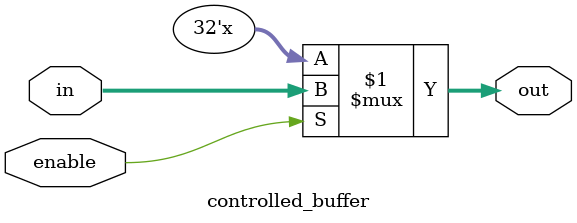
<source format=v>
module controlled_buffer #(
    parameter DATA_BITS = 32
)(
    input  wire [DATA_BITS-1:0] in,     // ??
    input  wire                 enable, // ?? ??
    output wire [DATA_BITS-1:0] out     // ?? (??? ?? Z ?? ???)
);
    assign out = (enable) ? in : {DATA_BITS{1'bz}};
endmodule


</source>
